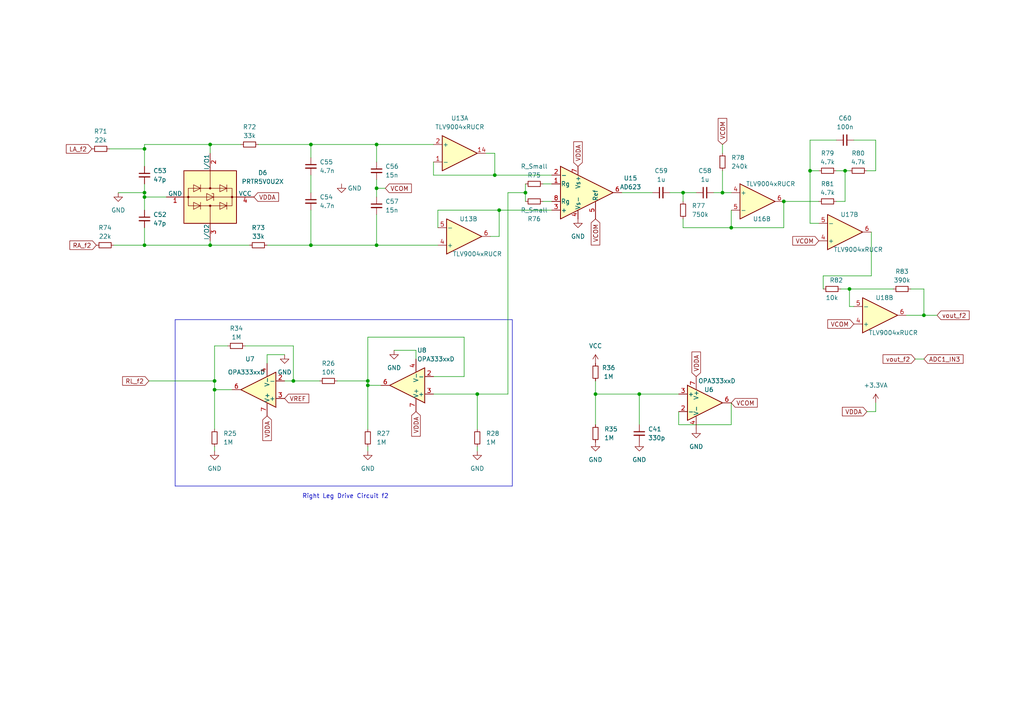
<source format=kicad_sch>
(kicad_sch (version 20230121) (generator eeschema)
  (paper "A4")
  (lib_symbols
    (symbol "Amplifier_Instrumentation:AD623" (pin_names (offset 0.127))
      (property "Reference" "U" (at 3.81 7.62 0))
      (property "Value" "AD623" (at 5.08 5.08 0))
      (symbol "AD623_0_1"
        (polyline (pts (xy -7.62 7.62) (xy -7.62 -7.62) (xy 7.62 0) (xy -7.62 7.62)) (stroke (width 0.254)) (fill (type background)))
      )
      (symbol "AD623_1_1"
        (pin passive line (at -10.16 2.54 0) (length 2.54) (name "Rg") (number "1"))
        (pin input line (at -10.16 5.08 0) (length 2.54) (name "-") (number "2"))
        (pin input line (at -10.16 -5.08 0) (length 2.54) (name "+") (number "3"))
        (pin power_in line (at -2.54 -7.62 90) (length 2.54) (name "Vs-") (number "4"))
        (pin passive line (at 2.54 -7.62 90) (length 5.08) (name "Ref") (number "5"))
        (pin output line (at 10.16 0 180) (length 2.54) (name "~") (number "6"))
        (pin power_in line (at -2.54 7.62 270) (length 2.54) (name "Vs+") (number "7"))
        (pin passive line (at -10.16 -2.54 0) (length 2.54) (name "Rg") (number "8"))
      )
    )
    (symbol "Amplifier_Operational:OPA333xxD" (pin_names (offset 0.127))
      (property "Reference" "U" (at 0 6.35 0))
      (property "Value" "OPA333xxD" (at 0 3.81 0))
      (symbol "OPA333xxD_0_1"
        (polyline (pts (xy -5.08 5.08) (xy 5.08 0) (xy -5.08 -5.08) (xy -5.08 5.08)) (stroke (width 0.254)) (fill (type background)))
      )
      (symbol "OPA333xxD_1_1"
        (pin no_connect line (at -2.54 2.54 270) (length 2.54) hide (name "NC") (number "1"))
        (pin input line (at -7.62 -2.54 0) (length 2.54) (name "-") (number "2"))
        (pin input line (at -7.62 2.54 0) (length 2.54) (name "+") (number "3"))
        (pin power_in line (at -2.54 -7.62 90) (length 3.81) (name "V-") (number "4"))
        (pin no_connect line (at 0 2.54 270) (length 2.54) hide (name "NC") (number "5"))
        (pin output line (at 7.62 0 180) (length 2.54) (name "~") (number "6"))
        (pin power_in line (at -2.54 7.62 270) (length 3.81) (name "V+") (number "7"))
        (pin no_connect line (at 0 -2.54 90) (length 2.54) hide (name "NC") (number "8"))
      )
    )
    (symbol "Amplifier_Operational:TLV9004xRUCR" (pin_names (offset 0.127))
      (property "Reference" "U" (at 0 5.08 0))
      (property "Value" "TLV9004xRUCR" (at 0 -5.08 0))
      (symbol "TLV9004xRUCR_1_1"
        (polyline (pts (xy -5.08 5.08) (xy 5.08 0) (xy -5.08 -5.08) (xy -5.08 5.08)) (stroke (width 0.254)) (fill (type background)))
        (pin input line (at -7.62 -2.54 0) (length 2.54) (name "-") (number "1"))
        (pin output line (at 7.62 0 180) (length 2.54) (name "~") (number "14"))
        (pin input line (at -7.62 2.54 0) (length 2.54) (name "+") (number "2"))
      )
      (symbol "TLV9004xRUCR_2_1"
        (polyline (pts (xy -5.08 5.08) (xy 5.08 0) (xy -5.08 -5.08) (xy -5.08 5.08)) (stroke (width 0.254)) (fill (type background)))
        (pin input line (at -7.62 2.54 0) (length 2.54) (name "+") (number "4"))
        (pin input line (at -7.62 -2.54 0) (length 2.54) (name "-") (number "5"))
        (pin output line (at 7.62 0 180) (length 2.54) (name "~") (number "6"))
      )
      (symbol "TLV9004xRUCR_3_1"
        (polyline (pts (xy -5.08 5.08) (xy 5.08 0) (xy -5.08 -5.08) (xy -5.08 5.08)) (stroke (width 0.254)) (fill (type background)))
        (pin output line (at 7.62 0 180) (length 2.54) (name "~") (number "7"))
        (pin input line (at -7.62 -2.54 0) (length 2.54) (name "-") (number "8"))
        (pin input line (at -7.62 2.54 0) (length 2.54) (name "+") (number "9"))
      )
      (symbol "TLV9004xRUCR_4_1"
        (polyline (pts (xy -5.08 5.08) (xy 5.08 0) (xy -5.08 -5.08) (xy -5.08 5.08)) (stroke (width 0.254)) (fill (type background)))
        (pin input line (at -7.62 2.54 0) (length 2.54) (name "+") (number "11"))
        (pin input line (at -7.62 -2.54 0) (length 2.54) (name "-") (number "12"))
        (pin output line (at 7.62 0 180) (length 2.54) (name "~") (number "13"))
      )
      (symbol "TLV9004xRUCR_5_1"
        (pin power_in line (at -2.54 -7.62 90) (length 3.81) (name "V-") (number "10"))
        (pin power_in line (at -2.54 7.62 270) (length 3.81) (name "V+") (number "3"))
      )
    )
    (symbol "Device:C_Small" (pin_numbers hide) (pin_names (offset 0.254) hide)
      (property "Reference" "C" (at 0.254 1.778 0))
      (property "Value" "C_Small" (at 0.254 -2.032 0))
      (symbol "C_Small_0_1"
        (polyline (pts (xy -1.524 -0.508) (xy 1.524 -0.508)) (stroke (width 0.3302)))
        (polyline (pts (xy -1.524 0.508) (xy 1.524 0.508)) (stroke (width 0.3048)))
      )
      (symbol "C_Small_1_1"
        (pin passive line (at 0 2.54 270) (length 2.032) (name "~") (number "1"))
        (pin passive line (at 0 -2.54 90) (length 2.032) (name "~") (number "2"))
      )
    )
    (symbol "Device:R_Small" (pin_numbers hide) (pin_names (offset 0.254) hide)
      (property "Reference" "R" (at 0.762 0.508 0))
      (property "Value" "R_Small" (at 0.762 -1.016 0))
      (symbol "R_Small_0_1"
        (rectangle (start -0.762 1.778) (end 0.762 -1.778) (stroke (width 0.2032)))
      )
      (symbol "R_Small_1_1"
        (pin passive line (at 0 2.54 270) (length 0.762) (name "~") (number "1"))
        (pin passive line (at 0 -2.54 90) (length 0.762) (name "~") (number "2"))
      )
    )
    (symbol "Power_Protection:PRTR5V0U2X" (pin_names (offset 0))
      (property "Reference" "D" (at 2.794 8.636 0))
      (property "Value" "PRTR5V0U2X" (at 8.128 -9.398 0))
      (symbol "PRTR5V0U2X_0_1"
        (rectangle (start -7.62 -7.62) (end 7.62 7.62) (stroke (width 0.254)) (fill (type background)))
        (circle (center -2.54 0) (radius 0.254) (fill (type outline)))
        (rectangle (start -2.54 6.35) (end 2.54 -6.35))
        (circle (center 0 -6.35) (radius 0.254) (fill (type outline)))
        (polyline (pts (xy -2.54 0) (xy -7.62 0)))
        (polyline (pts (xy -1.524 -2.794) (xy -3.556 -2.794)))
        (polyline (pts (xy -1.524 4.826) (xy -3.556 4.826)))
        (polyline (pts (xy 0 -7.62) (xy 0 7.62)))
        (polyline (pts (xy 1.524 -2.794) (xy 3.556 -2.794)))
        (polyline (pts (xy 1.524 4.826) (xy 3.556 4.826)))
        (polyline (pts (xy 2.54 0) (xy 7.62 0)))
        (polyline (pts (xy 1.016 1.016) (xy -1.016 1.016) (xy -1.016 0.508)))
        (polyline (pts (xy -3.556 -4.826) (xy -1.524 -4.826) (xy -2.54 -2.794) (xy -3.556 -4.826)))
        (polyline (pts (xy -3.556 2.794) (xy -1.524 2.794) (xy -2.54 4.826) (xy -3.556 2.794)))
        (polyline (pts (xy -1.016 -1.016) (xy 1.016 -1.016) (xy 0 1.016) (xy -1.016 -1.016)))
        (polyline (pts (xy 3.556 -4.826) (xy 1.524 -4.826) (xy 2.54 -2.794) (xy 3.556 -4.826)))
        (polyline (pts (xy 3.556 2.794) (xy 1.524 2.794) (xy 2.54 4.826) (xy 3.556 2.794)))
        (circle (center 0 6.35) (radius 0.254) (fill (type outline)))
        (circle (center 2.54 0) (radius 0.254) (fill (type outline)))
      )
      (symbol "PRTR5V0U2X_1_1"
        (pin passive line (at 0 -12.7 90) (length 5.08) (name "GND") (number "1"))
        (pin passive line (at -12.7 0 0) (length 5.08) (name "I/O1") (number "2"))
        (pin passive line (at 12.7 0 180) (length 5.08) (name "I/O2") (number "3"))
        (pin passive line (at 0 12.7 270) (length 5.08) (name "VCC") (number "4"))
      )
    )
    (symbol "power:+3.3VA" (power) (pin_names (offset 0))
      (property "Value" "+3.3VA" (at 0 3.556 0))
      (symbol "+3.3VA_0_1"
        (polyline (pts (xy -0.762 1.27) (xy 0 2.54)))
        (polyline (pts (xy 0 0) (xy 0 2.54)))
        (polyline (pts (xy 0 2.54) (xy 0.762 1.27)))
      )
      (symbol "+3.3VA_1_1"
        (pin power_in line (at 0 0 90) (length 0) hide (name "+3.3VA") (number "1"))
      )
    )
    (symbol "power:GND" (power) (pin_names (offset 0))
      (property "Value" "GND" (at 0 -3.81 0))
      (symbol "GND_0_1"
        (polyline (pts (xy 0 0) (xy 0 -1.27) (xy 1.27 -1.27) (xy 0 -2.54) (xy -1.27 -1.27) (xy 0 -1.27)))
      )
      (symbol "GND_1_1"
        (pin power_in line (at 0 0 270) (length 0) hide (name "GND") (number "1"))
      )
    )
    (symbol "power:VCC" (power) (pin_names (offset 0))
      (property "Value" "VCC" (at 0 3.81 0))
      (symbol "VCC_0_1"
        (polyline (pts (xy -0.762 1.27) (xy 0 2.54)))
        (polyline (pts (xy 0 0) (xy 0 2.54)))
        (polyline (pts (xy 0 2.54) (xy 0.762 1.27)))
      )
      (symbol "VCC_1_1"
        (pin power_in line (at 0 0 90) (length 0) hide (name "VCC") (number "1"))
      )
    )
  )
  (junction (at 90.17 71.12))
  (junction (at 209.55 55.88))
  (junction (at 212.09 66.04))
  (junction (at 227.33 58.42))
  (junction (at 41.91 55.88))
  (junction (at 60.96 71.12))
  (junction (at 41.91 43.18))
  (junction (at 144.78 60.96))
  (junction (at 234.95 49.53))
  (junction (at 41.91 57.15))
  (junction (at 109.22 71.12))
  (junction (at 143.51 50.8))
  (junction (at 109.22 54.61))
  (junction (at 185.42 114.3))
  (junction (at 106.68 111.76))
  (junction (at 62.23 113.03))
  (junction (at 152.4 55.88))
  (junction (at 90.17 41.91))
  (junction (at 267.97 91.44))
  (junction (at 245.11 49.53))
  (junction (at 109.22 41.91))
  (junction (at 62.23 110.49))
  (junction (at 138.43 114.3))
  (junction (at 60.96 41.91))
  (junction (at 198.12 55.88))
  (junction (at 41.91 71.12))
  (junction (at 172.72 114.3))
  (junction (at 85.09 110.49))
  (junction (at 106.68 110.49))
  (junction (at 246.38 83.82))
  (wire (pts (xy 185.42 114.3) (xy 185.42 123.19)))
  (wire (pts (xy 62.23 113.03) (xy 67.31 113.03)))
  (wire (pts (xy 60.96 41.91) (xy 60.96 44.45)))
  (wire (pts (xy 109.22 54.61) (xy 111.76 54.61)))
  (wire (pts (xy 125.73 50.8) (xy 143.51 50.8)))
  (wire (pts (xy 41.91 57.15) (xy 48.26 57.15)))
  (wire (pts (xy 97.79 110.49) (xy 106.68 110.49)))
  (wire (pts (xy 106.68 111.76) (xy 106.68 110.49)))
  (wire (pts (xy 152.4 55.88) (xy 152.4 58.42)))
  (wire (pts (xy 66.04 100.33) (xy 62.23 100.33)))
  (wire (pts (xy 243.84 83.82) (xy 246.38 83.82)))
  (wire (pts (xy 196.85 123.19) (xy 196.85 119.38)))
  (wire (pts (xy 90.17 50.8) (xy 90.17 55.88)))
  (wire (pts (xy 109.22 71.12) (xy 127 71.12)))
  (wire (pts (xy 77.47 105.41) (xy 77.47 102.87)))
  (wire (pts (xy 106.68 111.76) (xy 110.49 111.76)))
  (wire (pts (xy 264.16 83.82) (xy 267.97 83.82)))
  (wire (pts (xy 147.32 55.88) (xy 152.4 55.88)))
  (wire (pts (xy 109.22 41.91) (xy 125.73 41.91)))
  (wire (pts (xy 143.51 50.8) (xy 160.02 50.8)))
  (wire (pts (xy 71.12 100.33) (xy 85.09 100.33)))
  (wire (pts (xy 157.48 58.42) (xy 160.02 58.42)))
  (wire (pts (xy 138.43 124.46) (xy 138.43 114.3)))
  (wire (pts (xy 142.24 68.58) (xy 144.78 68.58)))
  (wire (pts (xy 60.96 69.85) (xy 60.96 71.12)))
  (polyline (pts (xy 148.59 140.97) (xy 50.8 140.97)))
  (wire (pts (xy 109.22 52.07) (xy 109.22 54.61)))
  (wire (pts (xy 77.47 71.12) (xy 90.17 71.12)))
  (wire (pts (xy 31.75 43.18) (xy 41.91 43.18)))
  (wire (pts (xy 212.09 66.04) (xy 227.33 66.04)))
  (wire (pts (xy 41.91 55.88) (xy 41.91 57.15)))
  (wire (pts (xy 90.17 71.12) (xy 109.22 71.12)))
  (wire (pts (xy 267.97 83.82) (xy 267.97 91.44)))
  (wire (pts (xy 185.42 114.3) (xy 196.85 114.3)))
  (wire (pts (xy 41.91 43.18) (xy 41.91 48.26)))
  (wire (pts (xy 77.47 102.87) (xy 82.55 102.87)))
  (wire (pts (xy 106.68 97.79) (xy 134.62 97.79)))
  (wire (pts (xy 62.23 129.54) (xy 62.23 130.81)))
  (wire (pts (xy 246.38 88.9) (xy 246.38 83.82)))
  (wire (pts (xy 245.11 58.42) (xy 245.11 49.53)))
  (wire (pts (xy 237.49 64.77) (xy 234.95 64.77)))
  (wire (pts (xy 262.89 91.44) (xy 267.97 91.44)))
  (wire (pts (xy 157.48 53.34) (xy 160.02 53.34)))
  (wire (pts (xy 34.29 55.88) (xy 41.91 55.88)))
  (polyline (pts (xy 50.8 92.71) (xy 148.59 92.71)))
  (wire (pts (xy 109.22 46.99) (xy 109.22 41.91)))
  (wire (pts (xy 138.43 129.54) (xy 138.43 130.81)))
  (wire (pts (xy 212.09 60.96) (xy 212.09 66.04)))
  (wire (pts (xy 62.23 100.33) (xy 62.23 110.49)))
  (wire (pts (xy 212.09 123.19) (xy 196.85 123.19)))
  (wire (pts (xy 198.12 66.04) (xy 212.09 66.04)))
  (wire (pts (xy 234.95 49.53) (xy 237.49 49.53)))
  (wire (pts (xy 209.55 49.53) (xy 209.55 55.88)))
  (wire (pts (xy 41.91 57.15) (xy 41.91 60.96)))
  (wire (pts (xy 134.62 97.79) (xy 134.62 109.22)))
  (wire (pts (xy 143.51 44.45) (xy 143.51 50.8)))
  (wire (pts (xy 120.65 104.14) (xy 120.65 101.6)))
  (wire (pts (xy 234.95 64.77) (xy 234.95 49.53)))
  (wire (pts (xy 60.96 41.91) (xy 41.91 41.91)))
  (wire (pts (xy 125.73 46.99) (xy 125.73 50.8)))
  (wire (pts (xy 125.73 114.3) (xy 138.43 114.3)))
  (wire (pts (xy 209.55 41.91) (xy 209.55 44.45)))
  (wire (pts (xy 109.22 41.91) (xy 90.17 41.91)))
  (wire (pts (xy 227.33 66.04) (xy 227.33 58.42)))
  (wire (pts (xy 127 60.96) (xy 144.78 60.96)))
  (wire (pts (xy 134.62 109.22) (xy 125.73 109.22)))
  (wire (pts (xy 198.12 63.5) (xy 198.12 66.04)))
  (wire (pts (xy 267.97 104.14) (xy 265.43 104.14)))
  (wire (pts (xy 106.68 110.49) (xy 106.68 97.79)))
  (wire (pts (xy 82.55 110.49) (xy 85.09 110.49)))
  (wire (pts (xy 234.95 40.64) (xy 234.95 49.53)))
  (wire (pts (xy 41.91 71.12) (xy 60.96 71.12)))
  (wire (pts (xy 109.22 62.23) (xy 109.22 71.12)))
  (wire (pts (xy 267.97 91.44) (xy 271.78 91.44)))
  (wire (pts (xy 140.97 44.45) (xy 143.51 44.45)))
  (wire (pts (xy 242.57 58.42) (xy 245.11 58.42)))
  (wire (pts (xy 41.91 41.91) (xy 41.91 43.18)))
  (wire (pts (xy 246.38 83.82) (xy 259.08 83.82)))
  (wire (pts (xy 198.12 55.88) (xy 201.93 55.88)))
  (wire (pts (xy 254 116.84) (xy 254 119.38)))
  (wire (pts (xy 254 49.53) (xy 251.46 49.53)))
  (wire (pts (xy 245.11 49.53) (xy 246.38 49.53)))
  (wire (pts (xy 60.96 71.12) (xy 72.39 71.12)))
  (wire (pts (xy 209.55 55.88) (xy 212.09 55.88)))
  (wire (pts (xy 33.02 71.12) (xy 41.91 71.12)))
  (wire (pts (xy 212.09 116.84) (xy 212.09 123.19)))
  (wire (pts (xy 109.22 54.61) (xy 109.22 57.15)))
  (wire (pts (xy 172.72 110.49) (xy 172.72 114.3)))
  (wire (pts (xy 247.65 40.64) (xy 254 40.64)))
  (wire (pts (xy 106.68 129.54) (xy 106.68 130.81)))
  (wire (pts (xy 227.33 58.42) (xy 237.49 58.42)))
  (wire (pts (xy 152.4 53.34) (xy 152.4 55.88)))
  (wire (pts (xy 254 40.64) (xy 254 49.53)))
  (wire (pts (xy 254 119.38) (xy 251.46 119.38)))
  (wire (pts (xy 120.65 101.6) (xy 114.3 101.6)))
  (wire (pts (xy 242.57 49.53) (xy 245.11 49.53)))
  (wire (pts (xy 172.72 114.3) (xy 185.42 114.3)))
  (wire (pts (xy 41.91 66.04) (xy 41.91 71.12)))
  (wire (pts (xy 138.43 114.3) (xy 147.32 114.3)))
  (wire (pts (xy 62.23 113.03) (xy 62.23 124.46)))
  (wire (pts (xy 194.31 55.88) (xy 198.12 55.88)))
  (wire (pts (xy 207.01 55.88) (xy 209.55 55.88)))
  (wire (pts (xy 238.76 80.01) (xy 238.76 83.82)))
  (wire (pts (xy 90.17 41.91) (xy 90.17 45.72)))
  (wire (pts (xy 144.78 60.96) (xy 160.02 60.96)))
  (wire (pts (xy 180.34 55.88) (xy 189.23 55.88)))
  (wire (pts (xy 69.85 41.91) (xy 60.96 41.91)))
  (wire (pts (xy 252.73 67.31) (xy 252.73 80.01)))
  (polyline (pts (xy 50.8 92.71) (xy 50.8 140.97)))
  (wire (pts (xy 85.09 100.33) (xy 85.09 110.49)))
  (wire (pts (xy 43.18 110.49) (xy 62.23 110.49)))
  (wire (pts (xy 74.93 41.91) (xy 90.17 41.91)))
  (wire (pts (xy 242.57 40.64) (xy 234.95 40.64)))
  (wire (pts (xy 41.91 53.34) (xy 41.91 55.88)))
  (wire (pts (xy 90.17 71.12) (xy 90.17 60.96)))
  (wire (pts (xy 252.73 80.01) (xy 238.76 80.01)))
  (wire (pts (xy 198.12 55.88) (xy 198.12 58.42)))
  (polyline (pts (xy 148.59 92.71) (xy 148.59 140.97)))
  (wire (pts (xy 62.23 110.49) (xy 62.23 113.03)))
  (wire (pts (xy 106.68 111.76) (xy 106.68 124.46)))
  (wire (pts (xy 144.78 68.58) (xy 144.78 60.96)))
  (wire (pts (xy 247.65 88.9) (xy 246.38 88.9)))
  (wire (pts (xy 172.72 114.3) (xy 172.72 123.19)))
  (wire (pts (xy 127 66.04) (xy 127 60.96)))
  (wire (pts (xy 147.32 114.3) (xy 147.32 55.88)))
  (wire (pts (xy 85.09 110.49) (xy 92.71 110.49)))
  (text "Right Leg Drive Circuit f2" (at 87.63 144.78 0) (effects (font (size 1.27 1.27)) (justify left bottom)))
  (global_label "VDDA" (shape input) (at 201.93 109.22 90) (property "Intersheetrefs" "${INTERSHEET_REFS}" (effects hide)))
  (global_label "LA_f2" (shape input) (at 26.67 43.18 180) (property "Intersheetrefs" "${INTERSHEET_REFS}" (effects hide)))
  (global_label "VDDA" (shape input) (at 167.64 48.26 90) (property "Intersheetrefs" "${INTERSHEET_REFS}" (effects hide)))
  (global_label "RL_f2" (shape input) (at 43.18 110.49 180) (property "Intersheetrefs" "${INTERSHEET_REFS}" (effects hide)))
  (global_label "VREF" (shape input) (at 82.55 115.57 0) (property "Intersheetrefs" "${INTERSHEET_REFS}" (effects hide)))
  (global_label "VDDA" (shape input) (at 77.47 120.65 270) (property "Intersheetrefs" "${INTERSHEET_REFS}" (effects hide)))
  (global_label "vout_f2" (shape input) (at 271.78 91.44 0) (property "Intersheetrefs" "${INTERSHEET_REFS}" (effects hide)))
  (global_label "VDDA" (shape input) (at 251.46 119.38 180) (property "Intersheetrefs" "${INTERSHEET_REFS}" (effects hide)))
  (global_label "VCOM" (shape input) (at 212.09 116.84 0) (property "Intersheetrefs" "${INTERSHEET_REFS}" (effects hide)))
  (global_label "RA_f2" (shape input) (at 27.94 71.12 180) (property "Intersheetrefs" "${INTERSHEET_REFS}" (effects hide)))
  (global_label "VCOM" (shape input) (at 172.72 63.5 270) (property "Intersheetrefs" "${INTERSHEET_REFS}" (effects hide)))
  (global_label "VCOM" (shape input) (at 111.76 54.61 0) (property "Intersheetrefs" "${INTERSHEET_REFS}" (effects hide)))
  (global_label "vout_f2" (shape input) (at 265.43 104.14 180) (property "Intersheetrefs" "${INTERSHEET_REFS}" (effects hide)))
  (global_label "VDDA" (shape input) (at 120.65 119.38 270) (property "Intersheetrefs" "${INTERSHEET_REFS}" (effects hide)))
  (global_label "VCOM" (shape input) (at 209.55 41.91 90) (property "Intersheetrefs" "${INTERSHEET_REFS}" (effects hide)))
  (global_label "VDDA" (shape input) (at 73.66 57.15 0) (property "Intersheetrefs" "${INTERSHEET_REFS}" (effects hide)))
  (global_label "VCOM" (shape input) (at 247.65 93.98 180) (property "Intersheetrefs" "${INTERSHEET_REFS}" (effects hide)))
  (global_label "VCOM" (shape input) (at 237.49 69.85 180) (property "Intersheetrefs" "${INTERSHEET_REFS}" (effects hide)))
  (global_label "ADC1_IN3" (shape input) (at 267.97 104.14 0) (property "Intersheetrefs" "${INTERSHEET_REFS}" (effects hide)))
  (symbol (lib_id "power:GND") (at 106.68 130.81 0) (unit 1)
    (property "Reference" "#PWR049" (effects hide))
    (property "Value" "GND" (at 106.68 135.89 0))
    (instances (project "skna_project" (path "" (reference "#PWR049") (unit 1)) (path "" (reference "#PWR087") (unit 1))))
  )
  (symbol (lib_id "Device:R_Small") (at 240.03 49.53 270) (unit 1)
    (property "Reference" "R79" (at 240.03 44.45 90))
    (property "Value" "4.7k" (at 240.03 46.99 90))
  )
  (symbol (lib_id "Device:C_Small") (at 245.11 40.64 90) (unit 1)
    (property "Reference" "C60" (at 245.1163 34.29 90))
    (property "Value" "100n" (at 245.1163 36.83 90))
  )
  (symbol (lib_id "power:GND") (at 185.42 128.27 0) (unit 1)
    (property "Reference" "#PWR056" (effects hide))
    (property "Value" "GND" (at 185.42 133.35 0))
    (instances (project "skna_project" (path "" (reference "#PWR056") (unit 1)) (path "" (reference "#PWR083") (unit 1))))
  )
  (symbol (lib_id "Device:R_Small") (at 74.93 71.12 90) (unit 1)
    (property "Reference" "R73" (at 74.93 66.04 90))
    (property "Value" "33k" (at 74.93 68.58 90))
  )
  (symbol (lib_id "Device:R_Small") (at 138.43 127 0) (unit 1)
    (property "Reference" "R28" (at 140.97 125.73 0) (effects (justify left)))
    (property "Value" "1M" (at 140.97 128.27 0) (effects (justify left)))
    (instances (project "skna_project" (path "" (reference "R28") (unit 1)) (path "" (reference "R88") (unit 1))))
  )
  (symbol (lib_id "Amplifier_Instrumentation:AD623") (at 170.18 55.88 0) (unit 1)
    (property "Reference" "U15" (at 182.88 51.6891 0))
    (property "Value" "AD623" (at 182.88 54.2291 0))
    (property "Datasheet" "https://www.analog.com/media/en/technical-documentation/data-sheets/AD623.pdf" (effects hide))
  )
  (symbol (lib_id "Device:R_Small") (at 241.3 83.82 270) (unit 1)
    (property "Reference" "R82" (at 242.57 81.28 90))
    (property "Value" "10k" (at 241.3 86.36 90))
  )
  (symbol (lib_id "Amplifier_Operational:TLV9004xRUCR") (at 255.27 91.44 0) (mirror x) (unit 2)
    (property "Reference" "U18" (at 256.54 86.36 0))
    (property "Value" "TLV9004xRUCR" (at 259.08 96.52 0))
    (property "Footprint" "Package_DFN_QFN:Texas_S-PX2QFN-14" (effects hide))
    (property "Datasheet" "http://www.ti.com/lit/ds/symlink/tlv9004.pdf" (effects hide))
  )
  (symbol (lib_id "Device:C_Small") (at 41.91 50.8 0) (unit 1)
    (property "Reference" "C53" (at 44.45 49.5363 0) (effects (justify left)))
    (property "Value" "47p" (at 44.45 52.0763 0) (effects (justify left)))
  )
  (symbol (lib_id "Amplifier_Operational:OPA333xxD") (at 204.47 116.84 0) (unit 1)
    (property "Reference" "U6" (at 207.01 113.03 0) (effects (justify right)))
    (property "Value" "OPA333xxD" (at 213.36 110.49 0) (effects (justify right)))
    (property "Footprint" "Package_SO:SOIC-8_3.9x4.9mm_P1.27mm" (effects hide))
    (property "Datasheet" "http://www.ti.com/lit/ds/symlink/opa333.pdf" (effects hide))
    (instances (project "skna_project" (path "" (reference "U6") (unit 1)) (path "" (reference "U20") (unit 1))))
  )
  (symbol (lib_id "Device:R_Small") (at 72.39 41.91 90) (unit 1)
    (property "Reference" "R72" (at 72.39 36.83 90))
    (property "Value" "33k" (at 72.39 39.37 90))
  )
  (symbol (lib_id "power:GND") (at 34.29 55.88 0) (unit 1)
    (property "Reference" "#PWR082" (effects hide))
    (property "Value" "GND" (at 34.29 60.96 0))
  )
  (symbol (lib_id "Device:C_Small") (at 204.47 55.88 90) (unit 1)
    (property "Reference" "C58" (at 204.4763 49.53 90))
    (property "Value" "1u" (at 204.4763 52.07 90))
  )
  (symbol (lib_id "Device:C_Small") (at 90.17 48.26 0) (unit 1)
    (property "Reference" "C55" (at 92.71 46.9963 0) (effects (justify left)))
    (property "Value" "4.7n" (at 92.71 49.5363 0) (effects (justify left)))
  )
  (symbol (lib_id "Device:R_Small") (at 209.55 46.99 180) (unit 1)
    (property "Reference" "R78" (at 212.09 45.72 0) (effects (justify right)))
    (property "Value" "240k" (at 212.09 48.26 0) (effects (justify right)))
  )
  (symbol (lib_id "Device:C_Small") (at 191.77 55.88 90) (unit 1)
    (property "Reference" "C59" (at 191.7763 49.53 90))
    (property "Value" "1u" (at 191.7763 52.07 90))
  )
  (symbol (lib_id "Device:C_Small") (at 109.22 59.69 0) (unit 1)
    (property "Reference" "C57" (at 111.76 58.4263 0) (effects (justify left)))
    (property "Value" "15n" (at 111.76 60.9663 0) (effects (justify left)))
  )
  (symbol (lib_id "Power_Protection:PRTR5V0U2X") (at 60.96 57.15 270) (unit 1)
    (property "Reference" "D6" (at 76.2 50.1203 90))
    (property "Value" "PRTR5V0U2X" (at 76.2 52.6603 90))
    (property "Footprint" "Package_TO_SOT_SMD:SOT-143" (effects hide))
    (property "Datasheet" "https://assets.nexperia.com/documents/data-sheet/PRTR5V0U2X.pdf" (effects hide))
  )
  (symbol (lib_id "Amplifier_Operational:TLV9004xRUCR") (at 134.62 68.58 0) (mirror x) (unit 2)
    (property "Reference" "U13" (at 135.89 63.5 0))
    (property "Value" "TLV9004xRUCR" (at 138.43 73.66 0))
    (property "Footprint" "Package_DFN_QFN:Texas_S-PX2QFN-14" (effects hide))
    (property "Datasheet" "http://www.ti.com/lit/ds/symlink/tlv9004.pdf" (effects hide))
  )
  (symbol (lib_id "Device:C_Small") (at 41.91 63.5 0) (unit 1)
    (property "Reference" "C52" (at 44.45 62.2363 0) (effects (justify left)))
    (property "Value" "47p" (at 44.45 64.7763 0) (effects (justify left)))
  )
  (symbol (lib_id "power:GND") (at 114.3 101.6 0) (unit 1)
    (property "Reference" "#PWR052" (effects hide))
    (property "Value" "GND" (at 114.3 106.68 0))
    (instances (project "skna_project" (path "" (reference "#PWR052") (unit 1)) (path "" (reference "#PWR088") (unit 1))))
  )
  (symbol (lib_id "power:GND") (at 82.55 102.87 0) (unit 1)
    (property "Reference" "#PWR053" (effects hide))
    (property "Value" "GND" (at 82.55 107.95 0))
    (instances (project "skna_project" (path "" (reference "#PWR053") (unit 1)) (path "" (reference "#PWR086") (unit 1))))
  )
  (symbol (lib_id "power:GND") (at 99.06 53.34 0) (unit 1)
    (property "Reference" "#PWR078" (effects hide))
    (property "Value" "GND" (at 102.87 54.61 0))
  )
  (symbol (lib_id "Device:C_Small") (at 90.17 58.42 0) (unit 1)
    (property "Reference" "C54" (at 92.71 57.1563 0) (effects (justify left)))
    (property "Value" "4.7n" (at 92.71 59.6963 0) (effects (justify left)))
  )
  (symbol (lib_id "Device:R_Small") (at 68.58 100.33 90) (unit 1)
    (property "Reference" "R34" (at 68.58 95.25 90))
    (property "Value" "1M" (at 68.58 97.79 90))
    (instances (project "skna_project" (path "" (reference "R34") (unit 1)) (path "" (reference "R85") (unit 1))))
  )
  (symbol (lib_id "Device:R_Small") (at 198.12 60.96 180) (unit 1)
    (property "Reference" "R77" (at 200.66 59.69 0) (effects (justify right)))
    (property "Value" "750k" (at 200.66 62.23 0) (effects (justify right)))
  )
  (symbol (lib_id "Device:R_Small") (at 106.68 127 0) (unit 1)
    (property "Reference" "R27" (at 109.22 125.73 0) (effects (justify left)))
    (property "Value" "1M" (at 109.22 128.27 0) (effects (justify left)))
    (instances (project "skna_project" (path "" (reference "R27") (unit 1)) (path "" (reference "R87") (unit 1))))
  )
  (symbol (lib_id "Amplifier_Operational:TLV9004xRUCR") (at 133.35 44.45 0) (unit 1)
    (property "Reference" "U13" (at 133.35 34.29 0))
    (property "Value" "TLV9004xRUCR" (at 133.35 36.83 0))
    (property "Footprint" "Package_DFN_QFN:Texas_S-PX2QFN-14" (effects hide))
    (property "Datasheet" "http://www.ti.com/lit/ds/symlink/tlv9004.pdf" (effects hide))
  )
  (symbol (lib_id "Device:C_Small") (at 109.22 49.53 0) (unit 1)
    (property "Reference" "C56" (at 111.76 48.2663 0) (effects (justify left)))
    (property "Value" "15n" (at 111.76 50.8063 0) (effects (justify left)))
  )
  (symbol (lib_id "Device:R_Small") (at 29.21 43.18 90) (unit 1)
    (property "Reference" "R71" (at 29.21 38.1 90))
    (property "Value" "22k" (at 29.21 40.64 90))
  )
  (symbol (lib_id "Device:R_Small") (at 30.48 71.12 90) (unit 1)
    (property "Reference" "R74" (at 30.48 66.04 90))
    (property "Value" "22k" (at 30.48 68.58 90))
  )
  (symbol (lib_id "Device:C_Small") (at 185.42 125.73 0) (unit 1)
    (property "Reference" "C41" (at 187.96 124.4663 0) (effects (justify left)))
    (property "Value" "330p" (at 187.96 127.0063 0) (effects (justify left)))
    (instances (project "skna_project" (path "" (reference "C41") (unit 1)) (path "" (reference "C61") (unit 1))))
  )
  (symbol (lib_id "Device:R_Small") (at 62.23 127 0) (unit 1)
    (property "Reference" "R25" (at 64.77 125.73 0) (effects (justify left)))
    (property "Value" "1M" (at 64.77 128.27 0) (effects (justify left)))
    (instances (project "skna_project" (path "" (reference "R25") (unit 1)) (path "" (reference "R84") (unit 1))))
  )
  (symbol (lib_id "Device:R_Small") (at 154.94 58.42 90) (unit 1)
    (property "Reference" "R76" (at 154.94 63.5 90))
    (property "Value" "R_Small" (at 154.94 60.96 90))
  )
  (symbol (lib_id "Device:R_Small") (at 172.72 107.95 180) (unit 1)
    (property "Reference" "R36" (at 176.53 106.68 0))
    (property "Value" "1M" (at 176.53 109.22 0))
    (instances (project "skna_project" (path "" (reference "R36") (unit 1)) (path "" (reference "R89") (unit 1))))
  )
  (symbol (lib_id "power:GND") (at 201.93 124.46 0) (unit 1)
    (property "Reference" "#PWR055" (effects hide))
    (property "Value" "GND" (at 201.93 129.54 0))
    (instances (project "skna_project" (path "" (reference "#PWR055") (unit 1)) (path "" (reference "#PWR090") (unit 1))))
  )
  (symbol (lib_id "Amplifier_Operational:TLV9004xRUCR") (at 219.71 58.42 0) (unit 2)
    (property "Reference" "U16" (at 220.98 63.5 0))
    (property "Value" "TLV9004xRUCR" (at 223.52 53.34 0))
    (property "Footprint" "Package_DFN_QFN:Texas_S-PX2QFN-14" (effects hide))
    (property "Datasheet" "http://www.ti.com/lit/ds/symlink/tlv9004.pdf" (effects hide))
  )
  (symbol (lib_id "Amplifier_Operational:OPA333xxD") (at 74.93 113.03 180) (unit 1)
    (property "Reference" "U7" (at 71.12 104.14 0) (effects (justify right)))
    (property "Value" "OPA333xxD" (at 66.04 107.95 0) (effects (justify right)))
    (property "Footprint" "Package_SO:SOIC-8_3.9x4.9mm_P1.27mm" (effects hide))
    (property "Datasheet" "http://www.ti.com/lit/ds/symlink/opa333.pdf" (effects hide))
    (instances (project "skna_project" (path "" (reference "U7") (unit 1)) (path "" (reference "U14") (unit 1))))
  )
  (symbol (lib_id "Device:R_Small") (at 261.62 83.82 270) (unit 1)
    (property "Reference" "R83" (at 261.62 78.74 90))
    (property "Value" "390k" (at 261.62 81.28 90))
  )
  (symbol (lib_id "Amplifier_Operational:TLV9004xRUCR") (at 245.11 67.31 0) (mirror x) (unit 2)
    (property "Reference" "U17" (at 246.38 62.23 0))
    (property "Value" "TLV9004xRUCR" (at 248.92 72.39 0))
    (property "Footprint" "Package_DFN_QFN:Texas_S-PX2QFN-14" (effects hide))
    (property "Datasheet" "http://www.ti.com/lit/ds/symlink/tlv9004.pdf" (effects hide))
  )
  (symbol (lib_id "Device:R_Small") (at 95.25 110.49 90) (unit 1)
    (property "Reference" "R26" (at 95.25 105.41 90))
    (property "Value" "10K" (at 95.25 107.95 90))
    (instances (project "skna_project" (path "" (reference "R26") (unit 1)) (path "" (reference "R86") (unit 1))))
  )
  (symbol (lib_id "Amplifier_Operational:OPA333xxD") (at 118.11 111.76 180) (unit 1)
    (property "Reference" "U8" (at 120.9959 101.6 0) (effects (justify right)))
    (property "Value" "OPA333xxD" (at 120.9959 104.14 0) (effects (justify right)))
    (property "Footprint" "Package_SO:SOIC-8_3.9x4.9mm_P1.27mm" (effects hide))
    (property "Datasheet" "http://www.ti.com/lit/ds/symlink/opa333.pdf" (effects hide))
    (instances (project "skna_project" (path "" (reference "U8") (unit 1)) (path "" (reference "U19") (unit 1))))
  )
  (symbol (lib_id "power:GND") (at 172.72 128.27 0) (unit 1)
    (property "Reference" "#PWR057" (effects hide))
    (property "Value" "GND" (at 172.72 133.35 0))
    (instances (project "skna_project" (path "" (reference "#PWR057") (unit 1)) (path "" (reference "#PWR080") (unit 1))))
  )
  (symbol (lib_id "power:GND") (at 62.23 130.81 0) (unit 1)
    (property "Reference" "#PWR050" (effects hide))
    (property "Value" "GND" (at 62.23 135.89 0))
    (instances (project "skna_project" (path "" (reference "#PWR050") (unit 1)) (path "" (reference "#PWR085") (unit 1))))
  )
  (symbol (lib_id "Device:R_Small") (at 248.92 49.53 270) (unit 1)
    (property "Reference" "R80" (at 248.92 44.45 90))
    (property "Value" "4.7k" (at 248.92 46.99 90))
  )
  (symbol (lib_id "power:+3.3VA") (at 254 116.84 0) (unit 1)
    (property "Reference" "#PWR012" (effects hide))
    (property "Value" "+3.3VA" (at 254 111.76 0))
    (instances (project "skna_project" (path "" (reference "#PWR012") (unit 1)) (path "" (reference "#PWR084") (unit 1))))
  )
  (symbol (lib_id "power:GND") (at 167.64 63.5 0) (unit 1)
    (property "Reference" "#PWR081" (effects hide))
    (property "Value" "GND" (at 167.64 68.58 0))
  )
  (symbol (lib_id "Device:R_Small") (at 154.94 53.34 90) (unit 1)
    (property "Reference" "R75" (at 154.94 50.8 90))
    (property "Value" "R_Small" (at 154.94 48.26 90))
  )
  (symbol (lib_id "Device:R_Small") (at 240.03 58.42 270) (unit 1)
    (property "Reference" "R81" (at 240.03 53.34 90))
    (property "Value" "4.7k" (at 240.03 55.88 90))
  )
  (symbol (lib_id "power:GND") (at 138.43 130.81 0) (unit 1)
    (property "Reference" "#PWR048" (effects hide))
    (property "Value" "GND" (at 138.43 135.89 0))
    (instances (project "skna_project" (path "" (reference "#PWR048") (unit 1)) (path "" (reference "#PWR089") (unit 1))))
  )
  (symbol (lib_id "power:VCC") (at 172.72 105.41 0) (unit 1)
    (property "Reference" "#PWR058" (effects hide))
    (property "Value" "VCC" (at 172.72 100.33 0))
    (instances (project "skna_project" (path "" (reference "#PWR058") (unit 1)) (path "" (reference "#PWR079") (unit 1))))
  )
  (symbol (lib_id "Device:R_Small") (at 172.72 125.73 180) (unit 1)
    (property "Reference" "R35" (at 175.26 124.46 0) (effects (justify right)))
    (property "Value" "1M" (at 175.26 127 0) (effects (justify right)))
    (instances (project "skna_project" (path "" (reference "R35") (unit 1)) (path "" (reference "R90") (unit 1))))
  )
)
</source>
